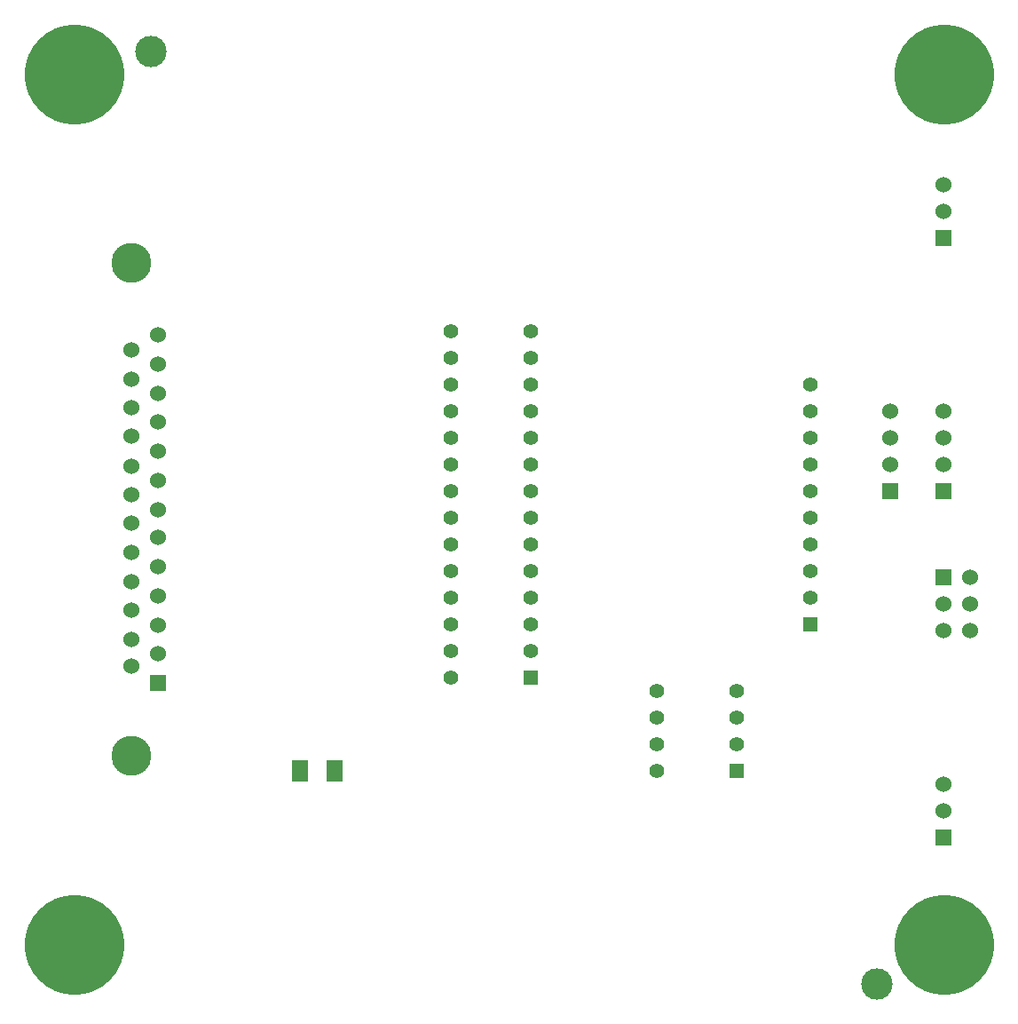
<source format=gts>
G04 (created by PCBNEW (2013-05-31 BZR 4019)-stable) date 6/28/2014 2:43:39 PM*
%MOIN*%
G04 Gerber Fmt 3.4, Leading zero omitted, Abs format*
%FSLAX34Y34*%
G01*
G70*
G90*
G04 APERTURE LIST*
%ADD10C,0.00590551*%
%ADD11C,0.375*%
%ADD12C,0.11811*%
%ADD13R,0.06X0.06*%
%ADD14C,0.06*%
%ADD15C,0.15*%
%ADD16R,0.055X0.055*%
%ADD17C,0.055*%
%ADD18R,0.06X0.08*%
G04 APERTURE END LIST*
G54D10*
G54D11*
X2362Y-2362D03*
X35039Y-2362D03*
X2362Y-35039D03*
X35039Y-35039D03*
G54D12*
X5250Y-1500D03*
X32500Y-36500D03*
G54D13*
X35000Y-18000D03*
G54D14*
X35000Y-17000D03*
X35000Y-16000D03*
X35000Y-15000D03*
G54D13*
X35000Y-21250D03*
G54D14*
X36000Y-21250D03*
X35000Y-22250D03*
X36000Y-22250D03*
X35000Y-23250D03*
X36000Y-23250D03*
G54D15*
X4500Y-9450D03*
X4500Y-27950D03*
G54D13*
X5500Y-25200D03*
G54D14*
X5500Y-24100D03*
X5500Y-23050D03*
X5500Y-21950D03*
X5500Y-20850D03*
X5500Y-19750D03*
X5500Y-18700D03*
X5500Y-17600D03*
X5500Y-16500D03*
X5500Y-15400D03*
X5500Y-14350D03*
X5500Y-13250D03*
X5500Y-12150D03*
X4500Y-24580D03*
X4500Y-23580D03*
X4500Y-22480D03*
X4500Y-21400D03*
X4500Y-20320D03*
X4500Y-19220D03*
X4500Y-18140D03*
X4500Y-17060D03*
X4500Y-15940D03*
X4500Y-14880D03*
X4500Y-13800D03*
X4500Y-12700D03*
G54D16*
X30000Y-23000D03*
G54D17*
X30000Y-22000D03*
X30000Y-21000D03*
X30000Y-20000D03*
X30000Y-19000D03*
X30000Y-18000D03*
X30000Y-17000D03*
X30000Y-16000D03*
X30000Y-15000D03*
X30000Y-14000D03*
G54D13*
X33000Y-18000D03*
G54D14*
X33000Y-17000D03*
X33000Y-16000D03*
X33000Y-15000D03*
G54D13*
X35000Y-8500D03*
G54D14*
X35000Y-7500D03*
X35000Y-6500D03*
G54D13*
X35000Y-31000D03*
G54D14*
X35000Y-30000D03*
X35000Y-29000D03*
G54D16*
X27250Y-28500D03*
G54D17*
X27250Y-27500D03*
X27250Y-26500D03*
X27250Y-25500D03*
X24250Y-25500D03*
X24250Y-26500D03*
X24250Y-27500D03*
X24250Y-28500D03*
X19500Y-24000D03*
X19500Y-23000D03*
X19500Y-22000D03*
X19500Y-21000D03*
X19500Y-20000D03*
X19500Y-19000D03*
X19500Y-18000D03*
X19500Y-17000D03*
X19500Y-16000D03*
X19500Y-15000D03*
X19500Y-14000D03*
X19500Y-13000D03*
X19500Y-12000D03*
G54D16*
X19500Y-25000D03*
G54D17*
X16500Y-12000D03*
X16500Y-13000D03*
X16500Y-14000D03*
X16500Y-15000D03*
X16500Y-16000D03*
X16500Y-17000D03*
X16500Y-18000D03*
X16500Y-19000D03*
X16500Y-20000D03*
X16500Y-21000D03*
X16500Y-22000D03*
X16500Y-23000D03*
X16500Y-24000D03*
X16500Y-25000D03*
G54D18*
X12150Y-28500D03*
X10850Y-28500D03*
M02*

</source>
